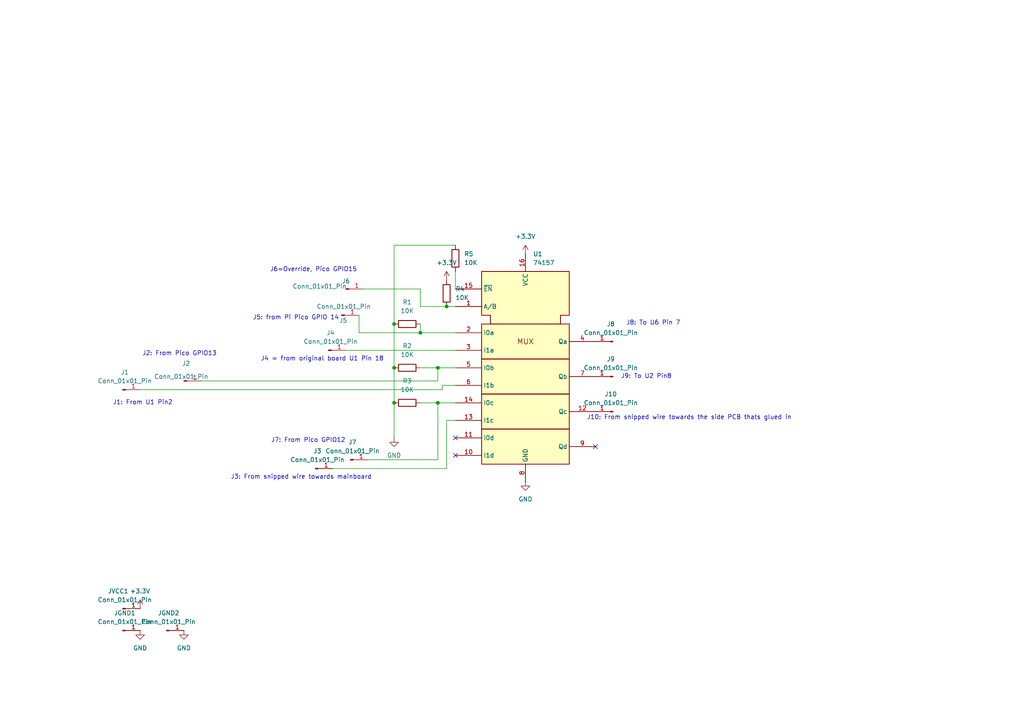
<source format=kicad_sch>
(kicad_sch (version 20231120) (generator "eeschema") (generator_version "8.0")
  (paper "A4")
  (lib_symbols
    (symbol "74xx_IEEE:74157"
      (property "Reference" "U" (at 15.24 20.32 0))
      (property "Value" "74157" (at 12.7 -33.02 0))
      (symbol "74157_0_0"
        (rectangle (start -12.7 -20.32) (end 12.7 -30.48) (stroke (width 0.254)) (fill (type background)))
        (rectangle (start -12.7 -10.16) (end 12.7 -20.32) (stroke (width 0.254)) (fill (type background)))
        (rectangle (start -12.7 0) (end 12.7 -10.16) (stroke (width 0.254)) (fill (type background)))
        (rectangle (start -12.7 10.16) (end 12.7 0) (stroke (width 0.254)) (fill (type background)))
        (polyline (pts (xy -10.16 10.16) (xy -10.16 12.7) (xy -12.7 12.7) (xy -12.7 25.4) (xy 12.7 25.4) (xy 12.7 12.7) (xy 10.16 12.7) (xy 10.16 10.16) (xy 10.16 10.16)) (stroke (width 0.254)) (fill (type background)))
        (text "MUX" (at 0 5.08 0) (effects (font (size 1.524 1.524))))
        (pin power_in line (at 0 30.48 270) (length 5.08) (name "VCC") (number "16"))
        (pin power_in line (at 0 -35.56 90) (length 5.08) (name "GND") (number "8"))
      )
      (symbol "74157_1_1"
        (pin input line (at -20.32 15.24 0) (length 7.62) (name "A/B") (number "1"))
        (pin input line (at -20.32 -27.94 0) (length 7.62) (name "I1d") (number "10"))
        (pin input line (at -20.32 -22.86 0) (length 7.62) (name "I0d") (number "11"))
        (pin output line (at 20.32 -15.24 180) (length 7.62) (name "Qc") (number "12"))
        (pin input line (at -20.32 -17.78 0) (length 7.62) (name "I1c") (number "13"))
        (pin input line (at -20.32 -12.7 0) (length 7.62) (name "I0c") (number "14"))
        (pin input line (at -20.32 20.32 0) (length 7.62) (name "~{EN}") (number "15"))
        (pin input line (at -20.32 7.62 0) (length 7.62) (name "I0a") (number "2"))
        (pin input line (at -20.32 2.54 0) (length 7.62) (name "I1a") (number "3"))
        (pin output line (at 20.32 5.08 180) (length 7.62) (name "Qa") (number "4"))
        (pin input line (at -20.32 -2.54 0) (length 7.62) (name "I0b") (number "5"))
        (pin input line (at -20.32 -7.62 0) (length 7.62) (name "I1b") (number "6"))
        (pin output line (at 20.32 -5.08 180) (length 7.62) (name "Qb") (number "7"))
        (pin output line (at 20.32 -25.4 180) (length 7.62) (name "Qd") (number "9"))
      )
    )
    (symbol "Connector:Conn_01x01_Pin" (pin_names (offset 1.016) hide)
      (property "Reference" "J" (at 0 2.54 0))
      (property "Value" "Conn_01x01_Pin" (at 0 -2.54 0))
      (symbol "Conn_01x01_Pin_1_1"
        (polyline (pts (xy 1.27 0) (xy 0.8636 0)) (stroke (width 0.1524)))
        (rectangle (start 0.8636 0.127) (end 0 -0.127) (stroke (width 0.1524)) (fill (type outline)))
        (pin passive line (at 5.08 0 180) (length 3.81) (name "Pin_1") (number "1"))
      )
    )
    (symbol "Device:R" (pin_numbers hide) (pin_names (offset 0))
      (property "Reference" "R" (at 2.032 0 90))
      (property "Value" "R" (at 0 0 90))
      (symbol "R_0_1"
        (rectangle (start -1.016 -2.54) (end 1.016 2.54) (stroke (width 0.254)))
      )
      (symbol "R_1_1"
        (pin passive line (at 0 3.81 270) (length 1.27) (name "~") (number "1"))
        (pin passive line (at 0 -3.81 90) (length 1.27) (name "~") (number "2"))
      )
    )
    (symbol "power:+3.3V" (power) (pin_numbers hide) (pin_names (offset 0) hide)
      (property "Value" "+3.3V" (at 0 3.556 0))
      (symbol "+3.3V_0_1"
        (polyline (pts (xy -0.762 1.27) (xy 0 2.54)))
        (polyline (pts (xy 0 0) (xy 0 2.54)))
        (polyline (pts (xy 0 2.54) (xy 0.762 1.27)))
      )
      (symbol "+3.3V_1_1"
        (pin power_in line (at 0 0 90) (length 0) (name "~") (number "1"))
      )
    )
    (symbol "power:GND" (power) (pin_numbers hide) (pin_names (offset 0) hide)
      (property "Value" "GND" (at 0 -3.81 0))
      (symbol "GND_0_1"
        (polyline (pts (xy 0 0) (xy 0 -1.27) (xy 1.27 -1.27) (xy 0 -2.54) (xy -1.27 -1.27) (xy 0 -1.27)))
      )
      (symbol "GND_1_1"
        (pin power_in line (at 0 0 270) (length 0) (name "~") (number "1"))
      )
    )
  )
  (junction (at 129.54 88.9))
  (junction (at 114.3 116.84))
  (junction (at 127 106.68))
  (junction (at 127 116.84))
  (junction (at 121.92 96.52))
  (junction (at 114.3 106.68))
  (junction (at 114.3 93.98))
  (no_connect (at 132.08 132.08))
  (no_connect (at 132.08 127))
  (no_connect (at 172.72 129.54))
  (wire (pts (xy 106.68 133.35) (xy 127 133.35)))
  (wire (pts (xy 121.92 106.68) (xy 127 106.68)))
  (wire (pts (xy 129.54 88.9) (xy 132.08 88.9)))
  (wire (pts (xy 121.92 93.98) (xy 121.92 96.52)))
  (wire (pts (xy 105.41 83.82) (xy 121.92 83.82)))
  (wire (pts (xy 121.92 96.52) (xy 132.08 96.52)))
  (wire (pts (xy 132.08 78.74) (xy 132.08 83.82)))
  (wire (pts (xy 127 116.84) (xy 132.08 116.84)))
  (wire (pts (xy 132.08 71.12) (xy 114.3 71.12)))
  (wire (pts (xy 114.3 116.84) (xy 114.3 127)))
  (wire (pts (xy 121.92 88.9) (xy 129.54 88.9)))
  (wire (pts (xy 129.54 121.92) (xy 132.08 121.92)))
  (wire (pts (xy 127 133.35) (xy 127 116.84)))
  (wire (pts (xy 58.42 110.49) (xy 127 110.49)))
  (wire (pts (xy 96.52 135.89) (xy 129.54 135.89)))
  (wire (pts (xy 104.14 96.52) (xy 121.92 96.52)))
  (wire (pts (xy 121.92 116.84) (xy 127 116.84)))
  (wire (pts (xy 129.54 135.89) (xy 129.54 121.92)))
  (wire (pts (xy 40.64 113.03) (xy 128.27 113.03)))
  (wire (pts (xy 114.3 71.12) (xy 114.3 93.98)))
  (wire (pts (xy 121.92 83.82) (xy 121.92 88.9)))
  (wire (pts (xy 127 110.49) (xy 127 106.68)))
  (wire (pts (xy 114.3 106.68) (xy 114.3 116.84)))
  (wire (pts (xy 128.27 113.03) (xy 128.27 111.76)))
  (wire (pts (xy 104.14 91.44) (xy 104.14 96.52)))
  (wire (pts (xy 127 106.68) (xy 132.08 106.68)))
  (wire (pts (xy 100.33 101.6) (xy 132.08 101.6)))
  (wire (pts (xy 114.3 93.98) (xy 114.3 106.68)))
  (wire (pts (xy 128.27 111.76) (xy 132.08 111.76)))
  (text "J1: From U1 Pin2" (at 41.402 116.84 0) (effects (font (size 1.27 1.27))))
  (text "J2: From Pico GPIO13" (at 52.07 102.616 0) (effects (font (size 1.27 1.27))))
  (text "J9: To U2 Pin8" (at 187.452 109.22 0) (effects (font (size 1.27 1.27))))
  (text "J5: from Pi Pico GPIO 14\n" (at 85.852 92.202 0) (effects (font (size 1.27 1.27))))
  (text "J10: From snipped wire towards the side PCB thats glued in" (at 199.898 121.158 0) (effects (font (size 1.27 1.27))))
  (text "J7: From Pico GPIO12" (at 89.408 127.762 0) (effects (font (size 1.27 1.27))))
  (text "J4 = from original board U1 Pin 18" (at 93.472 104.14 0) (effects (font (size 1.27 1.27))))
  (text "J3: From snipped wire towards mainboard" (at 87.376 138.43 0) (effects (font (size 1.27 1.27))))
  (text "J8: To U6 Pin 7" (at 189.484 93.726 0) (effects (font (size 1.27 1.27))))
  (text "J6=Override, Pico GPIO15" (at 90.932 78.232 0) (effects (font (size 1.27 1.27))))
  (symbol (lib_id "Device:R") (at 129.54 85.09 0) (unit 1)
    (property "Reference" "R4" (at 132.08 83.8199 0) (effects (justify left)))
    (property "Value" "10K" (at 132.08 86.3599 0) (effects (justify left)))
    (property "Footprint" "Resistor_SMD:R_1206_3216Metric_Pad1.30x1.75mm_HandSolder" (effects (hide yes)))
    (property "Description" "Resistor" (effects (hide yes)))
  )
  (symbol (lib_id "Connector:Conn_01x01_Pin") (at 99.06 91.44 0) (unit 1)
    (property "Reference" "J5" (at 99.568 92.964 0))
    (property "Value" "Conn_01x01_Pin" (at 99.695 88.9 0))
    (property "Footprint" "TestPoint:TestPoint_Pad_1.0x1.0mm" (effects (hide yes)))
    (property "Description" "Generic connector, single row, 01x01, script generated" (effects (hide yes)))
  )
  (symbol (lib_id "Connector:Conn_01x01_Pin") (at 35.56 176.53 0) (unit 1)
    (property "Reference" "JVCC1" (at 34.29 171.45 0))
    (property "Value" "Conn_01x01_Pin" (at 36.195 173.99 0))
    (property "Footprint" "TestPoint:TestPoint_Pad_1.0x1.0mm" (effects (hide yes)))
    (property "Description" "Generic connector, single row, 01x01, script generated" (effects (hide yes)))
  )
  (symbol (lib_id "power:GND") (at 40.64 182.88 0) (unit 1)
    (property "Reference" "#PWR02" (effects (hide yes)))
    (property "Value" "GND" (at 40.64 187.96 0))
    (property "Description" "Power symbol creates a global label with name \"GND\" , ground" (effects (hide yes)))
  )
  (symbol (lib_id "Connector:Conn_01x01_Pin") (at 101.6 133.35 0) (unit 1)
    (property "Reference" "J7" (at 102.235 128.27 0))
    (property "Value" "Conn_01x01_Pin" (at 102.235 130.81 0))
    (property "Footprint" "TestPoint:TestPoint_Pad_1.0x1.0mm" (effects (hide yes)))
    (property "Description" "Generic connector, single row, 01x01, script generated" (effects (hide yes)))
  )
  (symbol (lib_id "Device:R") (at 118.11 93.98 90) (unit 1)
    (property "Reference" "R1" (at 118.11 87.63 90))
    (property "Value" "10K" (at 118.11 90.17 90))
    (property "Footprint" "Resistor_SMD:R_1206_3216Metric_Pad1.30x1.75mm_HandSolder" (effects (hide yes)))
    (property "Description" "Resistor" (effects (hide yes)))
  )
  (symbol (lib_id "Device:R") (at 118.11 116.84 90) (unit 1)
    (property "Reference" "R3" (at 118.11 110.49 90))
    (property "Value" "10K" (at 118.11 113.03 90))
    (property "Footprint" "Resistor_SMD:R_1206_3216Metric_Pad1.30x1.75mm_HandSolder" (effects (hide yes)))
    (property "Description" "Resistor" (effects (hide yes)))
  )
  (symbol (lib_id "Connector:Conn_01x01_Pin") (at 35.56 113.03 0) (unit 1)
    (property "Reference" "J1" (at 36.195 107.95 0))
    (property "Value" "Conn_01x01_Pin" (at 36.195 110.49 0))
    (property "Footprint" "TestPoint:TestPoint_Pad_1.0x1.0mm" (effects (hide yes)))
    (property "Description" "Generic connector, single row, 01x01, script generated" (effects (hide yes)))
  )
  (symbol (lib_id "power:GND") (at 114.3 127 0) (unit 1)
    (property "Reference" "#PWR04" (effects (hide yes)))
    (property "Value" "GND" (at 114.3 132.08 0))
    (property "Description" "Power symbol creates a global label with name \"GND\" , ground" (effects (hide yes)))
  )
  (symbol (lib_id "Connector:Conn_01x01_Pin") (at 48.26 182.88 0) (unit 1)
    (property "Reference" "JGND2" (at 48.895 177.8 0))
    (property "Value" "Conn_01x01_Pin" (at 48.895 180.34 0))
    (property "Footprint" "TestPoint:TestPoint_Pad_1.0x1.0mm" (effects (hide yes)))
    (property "Description" "Generic connector, single row, 01x01, script generated" (effects (hide yes)))
  )
  (symbol (lib_id "Connector:Conn_01x01_Pin") (at 95.25 101.6 0) (unit 1)
    (property "Reference" "J4" (at 95.885 96.52 0))
    (property "Value" "Conn_01x01_Pin" (at 95.885 99.06 0))
    (property "Footprint" "TestPoint:TestPoint_Pad_1.0x1.0mm" (effects (hide yes)))
    (property "Description" "Generic connector, single row, 01x01, script generated" (effects (hide yes)))
  )
  (symbol (lib_id "Connector:Conn_01x01_Pin") (at 177.8 119.38 180) (unit 1)
    (property "Reference" "J10" (at 177.165 114.3 0))
    (property "Value" "Conn_01x01_Pin" (at 177.165 116.84 0))
    (property "Footprint" "TestPoint:TestPoint_Pad_1.0x1.0mm" (effects (hide yes)))
    (property "Description" "Generic connector, single row, 01x01, script generated" (effects (hide yes)))
  )
  (symbol (lib_id "power:+3.3V") (at 129.54 81.28 0) (unit 1)
    (property "Reference" "#PWR05" (effects (hide yes)))
    (property "Value" "+3.3V" (at 129.54 76.2 0))
    (property "Description" "Power symbol creates a global label with name \"+3.3V\"" (effects (hide yes)))
  )
  (symbol (lib_id "Device:R") (at 132.08 74.93 0) (unit 1)
    (property "Reference" "R5" (at 134.62 73.6599 0) (effects (justify left)))
    (property "Value" "10K" (at 134.62 76.1999 0) (effects (justify left)))
    (property "Footprint" "Resistor_SMD:R_1206_3216Metric_Pad1.30x1.75mm_HandSolder" (effects (hide yes)))
    (property "Description" "Resistor" (effects (hide yes)))
  )
  (symbol (lib_id "Connector:Conn_01x01_Pin") (at 35.56 182.88 0) (unit 1)
    (property "Reference" "JGND1" (at 36.195 177.8 0))
    (property "Value" "Conn_01x01_Pin" (at 36.195 180.34 0))
    (property "Footprint" "TestPoint:TestPoint_Pad_1.0x1.0mm" (effects (hide yes)))
    (property "Description" "Generic connector, single row, 01x01, script generated" (effects (hide yes)))
  )
  (symbol (lib_id "Connector:Conn_01x01_Pin") (at 177.8 99.06 180) (unit 1)
    (property "Reference" "J8" (at 177.165 93.98 0))
    (property "Value" "Conn_01x01_Pin" (at 177.165 96.52 0))
    (property "Footprint" "TestPoint:TestPoint_Pad_1.0x1.0mm" (effects (hide yes)))
    (property "Description" "Generic connector, single row, 01x01, script generated" (effects (hide yes)))
  )
  (symbol (lib_id "Connector:Conn_01x01_Pin") (at 91.44 135.89 0) (unit 1)
    (property "Reference" "J3" (at 92.075 130.81 0))
    (property "Value" "Conn_01x01_Pin" (at 92.075 133.35 0))
    (property "Footprint" "TestPoint:TestPoint_Pad_1.0x1.0mm" (effects (hide yes)))
    (property "Description" "Generic connector, single row, 01x01, script generated" (effects (hide yes)))
  )
  (symbol (lib_id "74xx_IEEE:74157") (at 152.4 104.14 0) (unit 1)
    (property "Reference" "U1" (at 154.5941 73.66 0) (effects (justify left)))
    (property "Value" "74157" (at 154.5941 76.2 0) (effects (justify left)))
    (property "Footprint" "Package_SO:SO-16_3.9x9.9mm_P1.27mm" (effects (hide yes)))
  )
  (symbol (lib_id "power:GND") (at 152.4 139.7 0) (unit 1)
    (property "Reference" "#PWR07" (effects (hide yes)))
    (property "Value" "GND" (at 152.4 144.78 0))
    (property "Description" "Power symbol creates a global label with name \"GND\" , ground" (effects (hide yes)))
  )
  (symbol (lib_id "power:+3.3V") (at 40.64 176.53 0) (unit 1)
    (property "Reference" "#PWR01" (effects (hide yes)))
    (property "Value" "+3.3V" (at 40.64 171.45 0))
    (property "Description" "Power symbol creates a global label with name \"+3.3V\"" (effects (hide yes)))
  )
  (symbol (lib_id "Connector:Conn_01x01_Pin") (at 53.34 110.49 0) (unit 1)
    (property "Reference" "J2" (at 53.975 105.41 0))
    (property "Value" "Conn_01x01_Pin" (at 52.578 109.22 0))
    (property "Footprint" "TestPoint:TestPoint_Pad_1.0x1.0mm" (effects (hide yes)))
    (property "Description" "Generic connector, single row, 01x01, script generated" (effects (hide yes)))
  )
  (symbol (lib_id "power:+3.3V") (at 152.4 73.66 0) (unit 1)
    (property "Reference" "#PWR06" (effects (hide yes)))
    (property "Value" "+3.3V" (at 152.4 68.58 0))
    (property "Description" "Power symbol creates a global label with name \"+3.3V\"" (effects (hide yes)))
  )
  (symbol (lib_id "Device:R") (at 118.11 106.68 90) (unit 1)
    (property "Reference" "R2" (at 118.11 100.33 90))
    (property "Value" "10K" (at 118.11 102.87 90))
    (property "Footprint" "Resistor_SMD:R_1206_3216Metric_Pad1.30x1.75mm_HandSolder" (effects (hide yes)))
    (property "Description" "Resistor" (effects (hide yes)))
  )
  (symbol (lib_id "power:GND") (at 53.34 182.88 0) (unit 1)
    (property "Reference" "#PWR03" (effects (hide yes)))
    (property "Value" "GND" (at 53.34 187.96 0))
    (property "Description" "Power symbol creates a global label with name \"GND\" , ground" (effects (hide yes)))
  )
  (symbol (lib_id "Connector:Conn_01x01_Pin") (at 177.8 109.22 180) (unit 1)
    (property "Reference" "J9" (at 177.165 104.14 0))
    (property "Value" "Conn_01x01_Pin" (at 177.165 106.68 0))
    (property "Footprint" "TestPoint:TestPoint_Pad_1.0x1.0mm" (effects (hide yes)))
    (property "Description" "Generic connector, single row, 01x01, script generated" (effects (hide yes)))
  )
  (symbol (lib_id "Connector:Conn_01x01_Pin") (at 100.33 83.82 0) (unit 1)
    (property "Reference" "J6" (at 100.33 81.534 0))
    (property "Value" "Conn_01x01_Pin" (at 92.71 83.058 0))
    (property "Footprint" "TestPoint:TestPoint_Pad_1.0x1.0mm" (effects (hide yes)))
    (property "Description" "Generic connector, single row, 01x01, script generated" (effects (hide yes)))
  )
)
</source>
